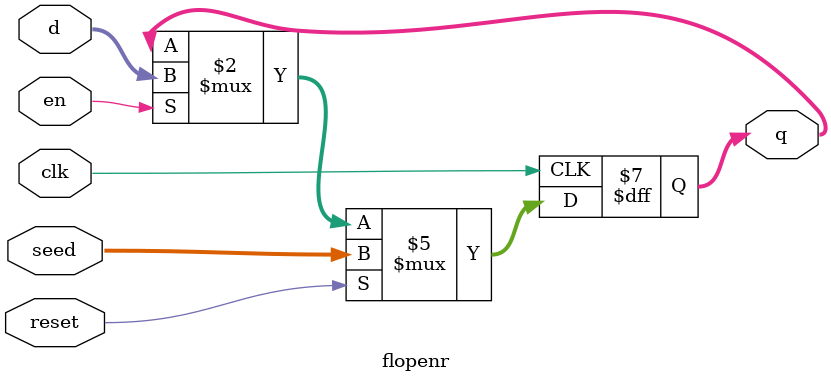
<source format=sv>
`timescale 1ns / 1ps
module flopenr #(parameter WIDTH = 8) (
  input  logic             clk, reset, en,
  input  logic [WIDTH-1:0] d,seed, 
  output logic [WIDTH-1:0] q);

  always_ff @(posedge clk)
    if (reset)   q <= #1 seed;
    else if (en) q <= #1 d;
endmodule


</source>
